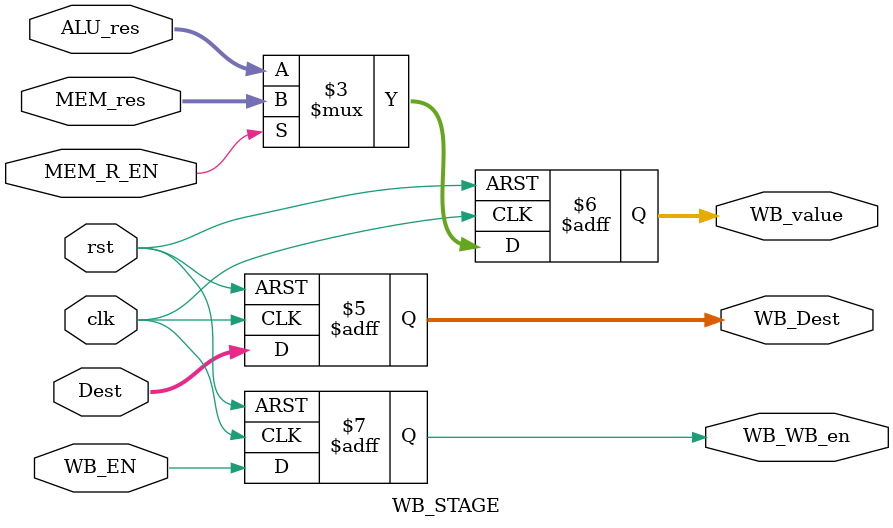
<source format=v>
`timescale 1ns / 1ps


module WB_STAGE (
    input clk,
    input rst,
    input        WB_EN,
    input [3:0]  Dest,
    input        MEM_R_EN,
    input [31:0] ALU_res,
    input [31:0] MEM_res,
    
    output reg [3:0]  WB_Dest,
    output reg [31:0] WB_value,
    output reg        WB_WB_en
);

    always @(posedge clk or posedge rst) begin
        if (rst) begin
            WB_Dest   <= 4'b0;
            WB_value  <= 32'b0;
            WB_WB_en  <= 1'b0;
        end else begin
            WB_Dest  <= Dest;
            WB_WB_en <= WB_EN;

            // MUX: select write-back value
            if (MEM_R_EN)
                WB_value <= MEM_res;
            else
                WB_value <= ALU_res;
        end
    end

endmodule


</source>
